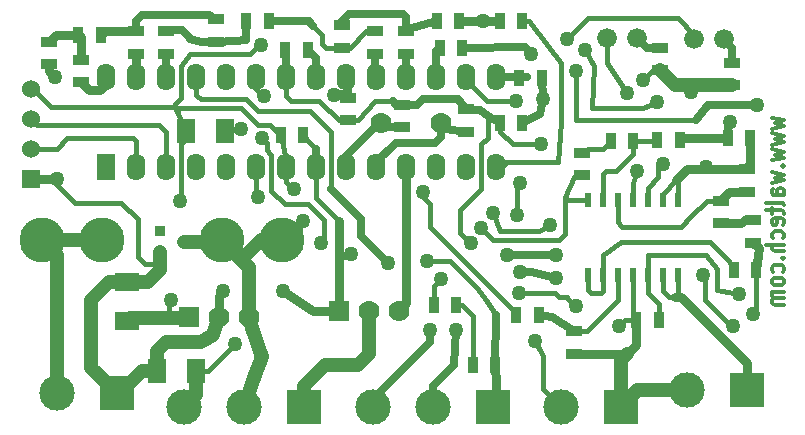
<source format=gbl>
G04 (created by PCBNEW (2013-07-07 BZR 4022)-stable) date 10/09/2014 21:53:45*
%MOIN*%
G04 Gerber Fmt 3.4, Leading zero omitted, Abs format*
%FSLAX34Y34*%
G01*
G70*
G90*
G04 APERTURE LIST*
%ADD10C,0.00393701*%
%ADD11C,0.012*%
%ADD12C,0.07*%
%ADD13R,0.07X0.07*%
%ADD14C,0.15*%
%ADD15R,0.035X0.055*%
%ADD16R,0.055X0.035*%
%ADD17R,0.06X0.08*%
%ADD18R,0.08X0.06*%
%ADD19O,0.062X0.09*%
%ADD20R,0.062X0.09*%
%ADD21R,0.02X0.045*%
%ADD22R,0.1181X0.1181*%
%ADD23C,0.1181*%
%ADD24R,0.06X0.06*%
%ADD25C,0.06*%
%ADD26R,0.036X0.036*%
%ADD27C,0.066*%
%ADD28C,0.05*%
%ADD29C,0.03*%
%ADD30C,0.025*%
%ADD31C,0.017*%
%ADD32C,0.045*%
G04 APERTURE END LIST*
G54D10*
G54D11*
X81142Y-36057D02*
X81542Y-36152D01*
X81257Y-36247D01*
X81542Y-36342D01*
X81142Y-36438D01*
X81142Y-36580D02*
X81542Y-36676D01*
X81257Y-36771D01*
X81542Y-36866D01*
X81142Y-36961D01*
X81142Y-37104D02*
X81542Y-37200D01*
X81257Y-37295D01*
X81542Y-37390D01*
X81142Y-37485D01*
X81485Y-37676D02*
X81514Y-37700D01*
X81542Y-37676D01*
X81514Y-37652D01*
X81485Y-37676D01*
X81542Y-37676D01*
X81142Y-37866D02*
X81542Y-37961D01*
X81257Y-38057D01*
X81542Y-38152D01*
X81142Y-38247D01*
X81542Y-38652D02*
X81228Y-38652D01*
X81171Y-38628D01*
X81142Y-38580D01*
X81142Y-38485D01*
X81171Y-38438D01*
X81514Y-38652D02*
X81542Y-38604D01*
X81542Y-38485D01*
X81514Y-38438D01*
X81457Y-38414D01*
X81400Y-38414D01*
X81342Y-38438D01*
X81314Y-38485D01*
X81314Y-38604D01*
X81285Y-38652D01*
X81542Y-38961D02*
X81514Y-38914D01*
X81457Y-38890D01*
X80942Y-38890D01*
X81142Y-39080D02*
X81142Y-39271D01*
X80942Y-39152D02*
X81457Y-39152D01*
X81514Y-39176D01*
X81542Y-39223D01*
X81542Y-39271D01*
X81514Y-39628D02*
X81542Y-39580D01*
X81542Y-39485D01*
X81514Y-39438D01*
X81457Y-39414D01*
X81228Y-39414D01*
X81171Y-39438D01*
X81142Y-39485D01*
X81142Y-39580D01*
X81171Y-39628D01*
X81228Y-39652D01*
X81285Y-39652D01*
X81342Y-39414D01*
X81514Y-40080D02*
X81542Y-40033D01*
X81542Y-39938D01*
X81514Y-39890D01*
X81485Y-39866D01*
X81428Y-39842D01*
X81257Y-39842D01*
X81200Y-39866D01*
X81171Y-39890D01*
X81142Y-39938D01*
X81142Y-40033D01*
X81171Y-40080D01*
X81542Y-40295D02*
X80942Y-40295D01*
X81542Y-40509D02*
X81228Y-40509D01*
X81171Y-40485D01*
X81142Y-40438D01*
X81142Y-40366D01*
X81171Y-40319D01*
X81200Y-40295D01*
X81485Y-40747D02*
X81514Y-40771D01*
X81542Y-40747D01*
X81514Y-40723D01*
X81485Y-40747D01*
X81542Y-40747D01*
X81514Y-41200D02*
X81542Y-41152D01*
X81542Y-41057D01*
X81514Y-41009D01*
X81485Y-40985D01*
X81428Y-40961D01*
X81257Y-40961D01*
X81200Y-40985D01*
X81171Y-41009D01*
X81142Y-41057D01*
X81142Y-41152D01*
X81171Y-41200D01*
X81542Y-41485D02*
X81514Y-41438D01*
X81485Y-41414D01*
X81428Y-41390D01*
X81257Y-41390D01*
X81200Y-41414D01*
X81171Y-41438D01*
X81142Y-41485D01*
X81142Y-41557D01*
X81171Y-41604D01*
X81200Y-41628D01*
X81257Y-41652D01*
X81428Y-41652D01*
X81485Y-41628D01*
X81514Y-41604D01*
X81542Y-41557D01*
X81542Y-41485D01*
X81542Y-41866D02*
X81142Y-41866D01*
X81200Y-41866D02*
X81171Y-41890D01*
X81142Y-41938D01*
X81142Y-42009D01*
X81171Y-42057D01*
X81228Y-42080D01*
X81542Y-42080D01*
X81228Y-42080D02*
X81171Y-42104D01*
X81142Y-42152D01*
X81142Y-42223D01*
X81171Y-42271D01*
X81228Y-42295D01*
X81542Y-42295D01*
G54D12*
X68700Y-42500D03*
X67700Y-42500D03*
G54D13*
X66700Y-42500D03*
G54D14*
X56800Y-40150D03*
X58800Y-40150D03*
X62800Y-40150D03*
X64800Y-40150D03*
G54D12*
X68100Y-36250D03*
X70100Y-36250D03*
G54D15*
X72625Y-42650D03*
X73375Y-42650D03*
G54D16*
X79800Y-34975D03*
X79800Y-34225D03*
G54D15*
X80625Y-41150D03*
X79875Y-41150D03*
X65525Y-36650D03*
X64775Y-36650D03*
G54D16*
X67000Y-35400D03*
X67000Y-36150D03*
X70950Y-36525D03*
X70950Y-35775D03*
X68800Y-36375D03*
X68800Y-35625D03*
G54D15*
X65675Y-33800D03*
X64925Y-33800D03*
G54D17*
X62900Y-36500D03*
X61600Y-36500D03*
G54D18*
X59650Y-42850D03*
X59650Y-41550D03*
G54D19*
X59950Y-37700D03*
X60950Y-37700D03*
X61950Y-37700D03*
X62950Y-37700D03*
X63950Y-37700D03*
X64950Y-37700D03*
X65950Y-37700D03*
X66950Y-37700D03*
X67950Y-37700D03*
X68950Y-37700D03*
X69950Y-37700D03*
X70950Y-37700D03*
X71950Y-37700D03*
G54D20*
X58950Y-37700D03*
G54D19*
X71950Y-34700D03*
X70950Y-34700D03*
X69950Y-34700D03*
X68950Y-34700D03*
X67950Y-34700D03*
X66950Y-34700D03*
X65950Y-34700D03*
X64950Y-34700D03*
X63950Y-34700D03*
X62950Y-34700D03*
X61950Y-34700D03*
X60950Y-34700D03*
X59950Y-34700D03*
X58950Y-34700D03*
G54D15*
X76625Y-42800D03*
X77375Y-42800D03*
G54D21*
X75000Y-38800D03*
X75500Y-38800D03*
X76000Y-38800D03*
X76500Y-38800D03*
X77000Y-38800D03*
X77500Y-38800D03*
X78000Y-38800D03*
X78000Y-41300D03*
X77500Y-41300D03*
X76500Y-41300D03*
X76000Y-41300D03*
X75500Y-41300D03*
X75000Y-41300D03*
X77000Y-41300D03*
G54D22*
X59300Y-45250D03*
G54D23*
X57300Y-45250D03*
G54D22*
X71850Y-45700D03*
G54D23*
X69850Y-45700D03*
X67850Y-45700D03*
G54D22*
X65550Y-45700D03*
G54D23*
X63550Y-45700D03*
X61550Y-45700D03*
G54D24*
X56450Y-38100D03*
G54D25*
X56450Y-37100D03*
X56450Y-36100D03*
X56450Y-35100D03*
G54D26*
X60750Y-39850D03*
X60750Y-40550D03*
X61550Y-40200D03*
G54D22*
X80300Y-45150D03*
G54D23*
X78300Y-45150D03*
G54D16*
X80300Y-38525D03*
X80300Y-37775D03*
G54D15*
X80425Y-36750D03*
X79675Y-36750D03*
X71925Y-44300D03*
X71175Y-44300D03*
G54D16*
X77400Y-34475D03*
X77400Y-33725D03*
G54D15*
X70825Y-33750D03*
X70075Y-33750D03*
X73475Y-34750D03*
X72725Y-34750D03*
G54D16*
X74550Y-43925D03*
X74550Y-43175D03*
G54D17*
X60650Y-44500D03*
X61950Y-44500D03*
G54D27*
X78550Y-33450D03*
X79550Y-33450D03*
X75650Y-33400D03*
X76650Y-33400D03*
G54D22*
X76100Y-45700D03*
G54D23*
X74100Y-45700D03*
G54D16*
X57050Y-34275D03*
X57050Y-33525D03*
G54D15*
X58025Y-33300D03*
X58775Y-33300D03*
G54D16*
X62600Y-32775D03*
X62600Y-33525D03*
G54D15*
X63625Y-32850D03*
X64375Y-32850D03*
G54D16*
X66800Y-33725D03*
X66800Y-32975D03*
G54D15*
X69975Y-32850D03*
X70725Y-32850D03*
G54D16*
X58100Y-34125D03*
X58100Y-34875D03*
X59950Y-33175D03*
X59950Y-33925D03*
X60950Y-33175D03*
X60950Y-33925D03*
X67900Y-33175D03*
X67900Y-33925D03*
X68950Y-33175D03*
X68950Y-33925D03*
G54D15*
X72075Y-32850D03*
X72825Y-32850D03*
G54D16*
X74800Y-37975D03*
X74800Y-37225D03*
G54D15*
X75775Y-36850D03*
X76525Y-36850D03*
G54D16*
X79450Y-39575D03*
X79450Y-38825D03*
G54D15*
X77325Y-36800D03*
X78075Y-36800D03*
X72075Y-36250D03*
X72825Y-36250D03*
X69875Y-42300D03*
X70625Y-42300D03*
G54D16*
X80500Y-40225D03*
X80500Y-39475D03*
G54D12*
X63700Y-42700D03*
X62700Y-42700D03*
G54D13*
X61700Y-42700D03*
G54D28*
X68350Y-40900D03*
X69650Y-40850D03*
X79750Y-36200D03*
X73950Y-41400D03*
X72750Y-41200D03*
X70600Y-43150D03*
X71450Y-39750D03*
X66100Y-40250D03*
X64200Y-35350D03*
X64150Y-36750D03*
X78950Y-37700D03*
X73950Y-40650D03*
X72300Y-40650D03*
X69750Y-43150D03*
X80500Y-42600D03*
X74600Y-42350D03*
X63250Y-43600D03*
X72700Y-41900D03*
X65200Y-38450D03*
X69500Y-38550D03*
X64100Y-33650D03*
X74300Y-33450D03*
X61100Y-42150D03*
X61400Y-38850D03*
X76300Y-35250D03*
X64000Y-38700D03*
X70100Y-41450D03*
X72650Y-39300D03*
X72750Y-38250D03*
X72600Y-35500D03*
X73250Y-43500D03*
X77300Y-35550D03*
X74900Y-33800D03*
X71500Y-32850D03*
X73500Y-35450D03*
X77500Y-37600D03*
X73100Y-33950D03*
X74600Y-34500D03*
X80650Y-35650D03*
X80050Y-41950D03*
X63450Y-36450D03*
X66550Y-35300D03*
X65500Y-39500D03*
X71850Y-39250D03*
X73750Y-39650D03*
X76650Y-37850D03*
X78450Y-35200D03*
X76050Y-43000D03*
X79850Y-43000D03*
X78850Y-41300D03*
X73450Y-36950D03*
X76850Y-34800D03*
X67100Y-40600D03*
X71100Y-40250D03*
X64850Y-41850D03*
X62850Y-41850D03*
X57300Y-38100D03*
X57250Y-34700D03*
G54D29*
X58950Y-34700D02*
X58950Y-34950D01*
X58375Y-35150D02*
X58100Y-34875D01*
X58750Y-35150D02*
X58375Y-35150D01*
X58950Y-34950D02*
X58750Y-35150D01*
X59950Y-34700D02*
X59950Y-33925D01*
G54D30*
X60950Y-34700D02*
X60950Y-33925D01*
X60950Y-33925D02*
X60950Y-33925D01*
X67900Y-33925D02*
X67900Y-34650D01*
X67900Y-34650D02*
X67950Y-34700D01*
X68950Y-33925D02*
X68950Y-34700D01*
G54D31*
X71950Y-37700D02*
X72150Y-37700D01*
X72150Y-37700D02*
X72300Y-37550D01*
X72825Y-32850D02*
X73050Y-32850D01*
X74000Y-37550D02*
X72300Y-37550D01*
X72300Y-37550D02*
X71950Y-37550D01*
X74100Y-36200D02*
X74000Y-37550D01*
X74110Y-34250D02*
X74100Y-36200D01*
X73050Y-32850D02*
X74110Y-34250D01*
X66450Y-38450D02*
X66450Y-36550D01*
G54D30*
X68350Y-40900D02*
X67450Y-40000D01*
X67450Y-40000D02*
X67450Y-39450D01*
X67450Y-39450D02*
X66500Y-38500D01*
X66500Y-38500D02*
X66450Y-38450D01*
X71925Y-44300D02*
X71950Y-42650D01*
G54D31*
X70400Y-40850D02*
X69650Y-40850D01*
X71300Y-41750D02*
X70400Y-40850D01*
X71625Y-42122D02*
X71300Y-41750D01*
X71950Y-42650D02*
X71625Y-42122D01*
X61950Y-35300D02*
X61950Y-34700D01*
X62100Y-35450D02*
X61950Y-35300D01*
X63600Y-35450D02*
X62100Y-35450D01*
X64000Y-35850D02*
X63600Y-35450D01*
X65750Y-35850D02*
X64000Y-35850D01*
X66250Y-36350D02*
X65750Y-35850D01*
X66250Y-36350D02*
X66250Y-36350D01*
X66450Y-36550D02*
X66250Y-36350D01*
G54D29*
X71925Y-44300D02*
X71975Y-45575D01*
X71975Y-45575D02*
X71850Y-45700D01*
G54D30*
X79750Y-36200D02*
X79675Y-36275D01*
X79675Y-36275D02*
X79675Y-36750D01*
X69850Y-45700D02*
X69850Y-45000D01*
X73150Y-41200D02*
X73950Y-41400D01*
X72750Y-41200D02*
X73150Y-41200D01*
X70550Y-44300D02*
X70600Y-43150D01*
X69850Y-45000D02*
X70550Y-44300D01*
G54D29*
X79675Y-36750D02*
X78125Y-36750D01*
X78125Y-36750D02*
X78075Y-36800D01*
G54D31*
X72850Y-40150D02*
X74050Y-40150D01*
X71450Y-39750D02*
X71850Y-40150D01*
X71850Y-40150D02*
X72850Y-40150D01*
X66200Y-40150D02*
X66100Y-40250D01*
X74250Y-39950D02*
X74250Y-38700D01*
X74050Y-40150D02*
X74250Y-39950D01*
X74250Y-38700D02*
X74250Y-38750D01*
X74250Y-38750D02*
X74250Y-38700D01*
X64450Y-38250D02*
X64450Y-38500D01*
X63950Y-35100D02*
X64200Y-35350D01*
X64150Y-36750D02*
X64300Y-36900D01*
X64300Y-36900D02*
X64300Y-37150D01*
X64300Y-37150D02*
X64450Y-37300D01*
X64450Y-37300D02*
X64450Y-38250D01*
X63950Y-34700D02*
X63950Y-35100D01*
X66200Y-39476D02*
X66200Y-40150D01*
X66200Y-40150D02*
X66200Y-40200D01*
X65674Y-38950D02*
X66200Y-39476D01*
X64900Y-38950D02*
X65674Y-38950D01*
X64450Y-38500D02*
X64900Y-38950D01*
X75000Y-38800D02*
X74350Y-38800D01*
X74350Y-38800D02*
X74250Y-38700D01*
X74550Y-38050D02*
X74800Y-37975D01*
X74250Y-38700D02*
X74550Y-38050D01*
X77500Y-38800D02*
X77500Y-38600D01*
X77500Y-38600D02*
X77950Y-38150D01*
G54D30*
X67850Y-45700D02*
X67850Y-45450D01*
X79150Y-37800D02*
X79150Y-37775D01*
X78925Y-37800D02*
X79150Y-37800D01*
X78900Y-37775D02*
X78925Y-37800D01*
X78900Y-37650D02*
X78900Y-37775D01*
X78950Y-37700D02*
X78900Y-37650D01*
X72300Y-40650D02*
X73950Y-40650D01*
X69750Y-43550D02*
X69750Y-43150D01*
X67850Y-45450D02*
X69750Y-43550D01*
G54D29*
X80300Y-37775D02*
X79150Y-37775D01*
X79150Y-37775D02*
X78325Y-37775D01*
X78325Y-37775D02*
X77950Y-38150D01*
X80425Y-36750D02*
X80425Y-37550D01*
X80425Y-37550D02*
X80300Y-37775D01*
G54D31*
X78000Y-38200D02*
X78000Y-38800D01*
X77950Y-38150D02*
X78000Y-38200D01*
X74300Y-42050D02*
X74050Y-42050D01*
X80625Y-41875D02*
X80595Y-42353D01*
X80595Y-42353D02*
X80500Y-42600D01*
X74325Y-42075D02*
X74300Y-42050D01*
X74600Y-42350D02*
X74325Y-42075D01*
X80625Y-41150D02*
X80625Y-41875D01*
X62350Y-44500D02*
X61950Y-44500D01*
X63250Y-43600D02*
X62350Y-44500D01*
X73900Y-41900D02*
X72700Y-41900D01*
X74050Y-42050D02*
X73900Y-41900D01*
G54D32*
X61950Y-44500D02*
X61950Y-45300D01*
X61950Y-45300D02*
X61550Y-45700D01*
G54D29*
X80625Y-41150D02*
X80700Y-40400D01*
X80700Y-40400D02*
X80500Y-40225D01*
G54D31*
X64000Y-36300D02*
X63700Y-36000D01*
X64750Y-36650D02*
X64400Y-36300D01*
X64400Y-36300D02*
X64000Y-36300D01*
X64775Y-36650D02*
X64750Y-36650D01*
X61350Y-35750D02*
X61350Y-35928D01*
X61272Y-35750D02*
X61350Y-35750D01*
X62000Y-35750D02*
X61272Y-35750D01*
X63450Y-35750D02*
X62000Y-35750D01*
X63700Y-36000D02*
X63450Y-35750D01*
X61700Y-42700D02*
X61200Y-42700D01*
X61200Y-42700D02*
X61200Y-42750D01*
X69500Y-38550D02*
X69500Y-38700D01*
X64950Y-37700D02*
X64950Y-38200D01*
X64950Y-38200D02*
X65200Y-38450D01*
X72550Y-42500D02*
X72625Y-42650D01*
X69750Y-39700D02*
X72550Y-42500D01*
X69750Y-38950D02*
X69750Y-39700D01*
X69500Y-38700D02*
X69750Y-38950D01*
X64775Y-36650D02*
X64975Y-37675D01*
X64975Y-37675D02*
X64950Y-37700D01*
X62050Y-33950D02*
X63750Y-33950D01*
X61250Y-35600D02*
X61450Y-35400D01*
X61450Y-35400D02*
X61450Y-34350D01*
X61450Y-34350D02*
X61750Y-33950D01*
X61750Y-33950D02*
X62050Y-33950D01*
X61250Y-35700D02*
X61250Y-35600D01*
X64050Y-33650D02*
X64100Y-33650D01*
X63750Y-33950D02*
X64050Y-33650D01*
X78550Y-33300D02*
X78550Y-33450D01*
X78000Y-32750D02*
X78550Y-33300D01*
X75000Y-32750D02*
X78000Y-32750D01*
X74300Y-33450D02*
X75000Y-32750D01*
X61600Y-36500D02*
X61750Y-36650D01*
X61050Y-42200D02*
X61050Y-42750D01*
X61100Y-42150D02*
X61050Y-42200D01*
X61450Y-38800D02*
X61400Y-38850D01*
X61450Y-36950D02*
X61450Y-38800D01*
X61750Y-36650D02*
X61450Y-36950D01*
X56450Y-35100D02*
X56500Y-35100D01*
X61250Y-35700D02*
X61350Y-35928D01*
X61350Y-35928D02*
X61600Y-36500D01*
X57100Y-35700D02*
X61250Y-35700D01*
X56500Y-35100D02*
X57100Y-35700D01*
G54D32*
X61700Y-42750D02*
X61200Y-42750D01*
X61200Y-42750D02*
X61050Y-42750D01*
X61050Y-42750D02*
X59750Y-42750D01*
X59750Y-42750D02*
X59650Y-42850D01*
G54D31*
X79450Y-38825D02*
X78975Y-38825D01*
X76000Y-39550D02*
X76000Y-38800D01*
X76150Y-39700D02*
X76000Y-39550D01*
X78100Y-39700D02*
X76150Y-39700D01*
X78450Y-39350D02*
X78100Y-39700D01*
X78975Y-38825D02*
X78450Y-39350D01*
G54D29*
X80300Y-38525D02*
X79725Y-38525D01*
X79450Y-38800D02*
X79450Y-38825D01*
X79725Y-38525D02*
X79450Y-38800D01*
X58100Y-34125D02*
X58100Y-33375D01*
X58100Y-33375D02*
X58025Y-33300D01*
X58025Y-33300D02*
X57275Y-33300D01*
X57275Y-33300D02*
X57050Y-33525D01*
X59950Y-33175D02*
X58900Y-33175D01*
X58900Y-33175D02*
X58775Y-33300D01*
G54D30*
X59950Y-33175D02*
X59950Y-32850D01*
X59950Y-32850D02*
X60150Y-32650D01*
X62364Y-32650D02*
X62600Y-32775D01*
X60150Y-32650D02*
X62364Y-32650D01*
X62600Y-33525D02*
X63251Y-33516D01*
X63625Y-33475D02*
X63625Y-32850D01*
X63251Y-33516D02*
X63625Y-33475D01*
X60950Y-33175D02*
X61475Y-33125D01*
X62150Y-33540D02*
X62600Y-33525D01*
X61750Y-33450D02*
X62150Y-33540D01*
X61750Y-33400D02*
X61750Y-33450D01*
X61475Y-33125D02*
X61750Y-33400D01*
G54D31*
X66800Y-33725D02*
X67075Y-33725D01*
X67625Y-33175D02*
X67900Y-33175D01*
X67075Y-33725D02*
X67625Y-33175D01*
X66800Y-33725D02*
X66275Y-33725D01*
X66150Y-33300D02*
X65825Y-32975D01*
X66150Y-33600D02*
X66150Y-33300D01*
X66275Y-33725D02*
X66150Y-33600D01*
G54D30*
X64375Y-32850D02*
X65700Y-32850D01*
X65700Y-32850D02*
X65825Y-32975D01*
X65825Y-32975D02*
X65850Y-33000D01*
X68950Y-33175D02*
X68950Y-32700D01*
X66800Y-32850D02*
X66800Y-32975D01*
X67050Y-32600D02*
X66800Y-32850D01*
X68850Y-32600D02*
X67050Y-32600D01*
X68950Y-32700D02*
X68850Y-32600D01*
X69975Y-32850D02*
X69025Y-33100D01*
X69025Y-33100D02*
X68950Y-33175D01*
G54D32*
X67700Y-42500D02*
X67700Y-43950D01*
X65550Y-45000D02*
X65550Y-45700D01*
X66250Y-44300D02*
X65550Y-45000D01*
X67350Y-44300D02*
X66250Y-44300D01*
X67700Y-43950D02*
X67350Y-44300D01*
G54D31*
X76525Y-36850D02*
X77275Y-36850D01*
X77275Y-36850D02*
X77325Y-36800D01*
X75500Y-38800D02*
X75500Y-37950D01*
X76525Y-37275D02*
X76525Y-36850D01*
X75950Y-37850D02*
X76525Y-37275D01*
X75600Y-37850D02*
X75950Y-37850D01*
X75500Y-37950D02*
X75600Y-37850D01*
X63950Y-37700D02*
X63950Y-38650D01*
X75650Y-34250D02*
X75650Y-33400D01*
X76300Y-35250D02*
X75650Y-34250D01*
X63950Y-38650D02*
X64000Y-38700D01*
G54D29*
X80300Y-45150D02*
X80300Y-44250D01*
X78100Y-42050D02*
X77900Y-42050D01*
X80300Y-44250D02*
X78100Y-42050D01*
G54D31*
X77500Y-41300D02*
X77500Y-41850D01*
X78000Y-41950D02*
X78000Y-41300D01*
X77900Y-42050D02*
X77925Y-42025D01*
X77925Y-42025D02*
X78000Y-41950D01*
X77700Y-42050D02*
X77900Y-42050D01*
X77500Y-41850D02*
X77700Y-42050D01*
G54D30*
X77400Y-33725D02*
X76975Y-33725D01*
X76975Y-33725D02*
X76650Y-33400D01*
G54D31*
X71175Y-44300D02*
X71175Y-42675D01*
X70800Y-42300D02*
X70625Y-42300D01*
X71175Y-42675D02*
X70800Y-42300D01*
X72650Y-39300D02*
X72650Y-38350D01*
X69875Y-42300D02*
X69875Y-41675D01*
X69875Y-41675D02*
X70100Y-41450D01*
X72650Y-38350D02*
X72750Y-38250D01*
X70950Y-34800D02*
X71650Y-35500D01*
X71650Y-35500D02*
X72600Y-35500D01*
X70950Y-34800D02*
X70950Y-34700D01*
G54D30*
X71950Y-34700D02*
X72975Y-34700D01*
X72975Y-34700D02*
X72725Y-34750D01*
X65950Y-34700D02*
X65950Y-34075D01*
X65950Y-34075D02*
X65675Y-33800D01*
X73375Y-42650D02*
X73806Y-42697D01*
X73806Y-42697D02*
X74550Y-43175D01*
G54D31*
X76000Y-41300D02*
X76000Y-42150D01*
X74975Y-43175D02*
X74550Y-43175D01*
X76000Y-42150D02*
X74975Y-43175D01*
X60950Y-37700D02*
X60950Y-36550D01*
X56650Y-36300D02*
X56450Y-36100D01*
X60700Y-36300D02*
X56650Y-36300D01*
X60950Y-36550D02*
X60700Y-36300D01*
G54D30*
X79800Y-34225D02*
X79825Y-33725D01*
X79825Y-33725D02*
X79550Y-33450D01*
G54D32*
X57300Y-45250D02*
X57300Y-40650D01*
X57300Y-40650D02*
X56800Y-40150D01*
X58800Y-40150D02*
X56800Y-40150D01*
G54D31*
X59950Y-37700D02*
X59950Y-36850D01*
X57300Y-37100D02*
X56450Y-37100D01*
X57650Y-36750D02*
X57300Y-37100D01*
X59850Y-36750D02*
X57650Y-36750D01*
X59950Y-36850D02*
X59850Y-36750D01*
X78842Y-40192D02*
X79092Y-40192D01*
X76097Y-40205D02*
X78842Y-40192D01*
X79725Y-40825D02*
X79875Y-41150D01*
X79092Y-40192D02*
X79725Y-40825D01*
X75500Y-41300D02*
X75500Y-41850D01*
X75000Y-41800D02*
X75000Y-41300D01*
X75100Y-41900D02*
X75000Y-41800D01*
X75450Y-41900D02*
X75100Y-41900D01*
X75500Y-41850D02*
X75450Y-41900D01*
X75500Y-40650D02*
X75500Y-41300D01*
X76097Y-40205D02*
X75500Y-40650D01*
G54D30*
X69950Y-34700D02*
X69950Y-33825D01*
X69950Y-33825D02*
X70075Y-33750D01*
G54D29*
X68950Y-37700D02*
X68950Y-42250D01*
X68950Y-42250D02*
X68700Y-42500D01*
X80500Y-39475D02*
X80275Y-39425D01*
X80125Y-39575D02*
X79450Y-39575D01*
X80275Y-39425D02*
X80125Y-39575D01*
G54D31*
X74800Y-37225D02*
X74800Y-37225D01*
X75525Y-37100D02*
X75775Y-36850D01*
X75000Y-37100D02*
X75525Y-37100D01*
X74800Y-37225D02*
X75000Y-37100D01*
X72075Y-32850D02*
X71500Y-32850D01*
X73500Y-45100D02*
X74100Y-45700D01*
X73500Y-44000D02*
X73500Y-45100D01*
X73250Y-43500D02*
X73500Y-44000D01*
X75151Y-35750D02*
X76851Y-35750D01*
X76851Y-35750D02*
X77300Y-35550D01*
X74900Y-33800D02*
X75200Y-34352D01*
X75200Y-34352D02*
X75151Y-35750D01*
G54D29*
X72075Y-32850D02*
X70725Y-32850D01*
G54D31*
X77350Y-37650D02*
X77450Y-37650D01*
X77450Y-37650D02*
X77500Y-37600D01*
X77000Y-38800D02*
X77000Y-38400D01*
X77350Y-38050D02*
X77350Y-37650D01*
X77000Y-38400D02*
X77350Y-38050D01*
G54D30*
X72825Y-36250D02*
X73400Y-35950D01*
X73500Y-35450D02*
X73475Y-34750D01*
X73400Y-35950D02*
X73500Y-35450D01*
X72900Y-33700D02*
X73100Y-33950D01*
G54D31*
X74600Y-34500D02*
X74600Y-36150D01*
X74600Y-36150D02*
X78600Y-36150D01*
G54D30*
X78600Y-36150D02*
X79000Y-35650D01*
X79000Y-35650D02*
X80650Y-35650D01*
X70825Y-33750D02*
X72900Y-33700D01*
G54D31*
X77000Y-40650D02*
X77000Y-41300D01*
X78950Y-40650D02*
X77000Y-40650D01*
X79300Y-41100D02*
X78950Y-40650D01*
X80050Y-41950D02*
X79300Y-41800D01*
X79300Y-41800D02*
X79300Y-41100D01*
X77000Y-41300D02*
X77000Y-41900D01*
X77375Y-42275D02*
X77375Y-42800D01*
X77000Y-41900D02*
X77375Y-42275D01*
X63350Y-36500D02*
X63350Y-36500D01*
X67000Y-35200D02*
X66650Y-35200D01*
X63450Y-36450D02*
X62900Y-36500D01*
X66650Y-35200D02*
X66550Y-35300D01*
G54D30*
X67000Y-35400D02*
X67000Y-35200D01*
X67000Y-35200D02*
X67000Y-34750D01*
X67000Y-34750D02*
X66950Y-34700D01*
X70950Y-36525D02*
X70275Y-36425D01*
X70275Y-36425D02*
X70100Y-36250D01*
X67950Y-37700D02*
X67950Y-37550D01*
X70100Y-36700D02*
X70100Y-36250D01*
X69900Y-36900D02*
X70100Y-36700D01*
X68600Y-36900D02*
X69900Y-36900D01*
X67950Y-37550D02*
X68600Y-36900D01*
X68800Y-36375D02*
X68225Y-36375D01*
X68225Y-36375D02*
X68100Y-36250D01*
X66950Y-37700D02*
X66950Y-37350D01*
X68050Y-36250D02*
X68100Y-36250D01*
X66950Y-37350D02*
X68050Y-36250D01*
G54D31*
X63700Y-42700D02*
X63700Y-42950D01*
X63806Y-43056D02*
X63806Y-43057D01*
X63700Y-42950D02*
X63806Y-43056D01*
X76500Y-38800D02*
X76500Y-38250D01*
X65250Y-40150D02*
X64800Y-40150D01*
X65500Y-39500D02*
X65250Y-40150D01*
X73750Y-39650D02*
X73386Y-39832D01*
X73386Y-39832D02*
X72082Y-39832D01*
X72082Y-39832D02*
X71850Y-39250D01*
X76500Y-38250D02*
X76650Y-37850D01*
G54D32*
X61550Y-40200D02*
X62750Y-40200D01*
X62750Y-40200D02*
X62800Y-40150D01*
X64800Y-40150D02*
X64100Y-40150D01*
X64100Y-40150D02*
X63450Y-40800D01*
X63700Y-42750D02*
X63700Y-41050D01*
X63700Y-41050D02*
X63450Y-40800D01*
X63450Y-40800D02*
X62800Y-40150D01*
X63550Y-45700D02*
X63900Y-44650D01*
X64150Y-44050D02*
X63806Y-43057D01*
X63806Y-43057D02*
X63700Y-42750D01*
X63900Y-44650D02*
X64150Y-44050D01*
G54D31*
X62700Y-42700D02*
X62700Y-42950D01*
X62586Y-43064D02*
X62586Y-43063D01*
X62700Y-42950D02*
X62586Y-43064D01*
X78500Y-35150D02*
X78450Y-35200D01*
X78500Y-34975D02*
X78500Y-35150D01*
X76250Y-42800D02*
X76625Y-42800D01*
X76050Y-43000D02*
X76250Y-42800D01*
X79800Y-43050D02*
X79850Y-43000D01*
X78900Y-42150D02*
X79800Y-43050D01*
X78900Y-41350D02*
X78900Y-42150D01*
X78850Y-41300D02*
X78900Y-41350D01*
X72075Y-36525D02*
X72500Y-36950D01*
X72500Y-36950D02*
X73450Y-36950D01*
X72075Y-36250D02*
X72075Y-36525D01*
X77175Y-34475D02*
X77400Y-34475D01*
X76850Y-34800D02*
X77175Y-34475D01*
G54D32*
X79800Y-34975D02*
X78500Y-34975D01*
X78500Y-34975D02*
X77900Y-34975D01*
X77900Y-34975D02*
X77400Y-34475D01*
G54D31*
X71678Y-35991D02*
X71675Y-36725D01*
X67000Y-40700D02*
X66700Y-40700D01*
X67100Y-40600D02*
X67000Y-40700D01*
X70750Y-39900D02*
X71100Y-40250D01*
X70750Y-39150D02*
X70750Y-39900D01*
X71450Y-38450D02*
X70750Y-39150D01*
X71450Y-36950D02*
X71450Y-38450D01*
X71675Y-36725D02*
X71450Y-36950D01*
X67000Y-36150D02*
X66700Y-36150D01*
X64950Y-35350D02*
X64950Y-34700D01*
X65100Y-35500D02*
X64950Y-35350D01*
X66050Y-35500D02*
X65100Y-35500D01*
X66700Y-36150D02*
X66050Y-35500D01*
X65525Y-36650D02*
X65725Y-36875D01*
X65725Y-36875D02*
X65950Y-37100D01*
G54D29*
X62700Y-42750D02*
X62700Y-42000D01*
X65850Y-42500D02*
X66700Y-42500D01*
X64850Y-41850D02*
X65850Y-42500D01*
X62700Y-42000D02*
X62850Y-41850D01*
G54D31*
X57300Y-38100D02*
X57300Y-38300D01*
X60250Y-40950D02*
X60750Y-40950D01*
X60000Y-40700D02*
X60250Y-40950D01*
X60000Y-39450D02*
X60000Y-40700D01*
X59450Y-38900D02*
X60000Y-39450D01*
X57900Y-38900D02*
X59450Y-38900D01*
X57300Y-38300D02*
X57900Y-38900D01*
G54D29*
X66700Y-42500D02*
X66700Y-40700D01*
X66700Y-40700D02*
X66700Y-39500D01*
G54D31*
X65950Y-37700D02*
X65950Y-38375D01*
X65950Y-38750D02*
X65950Y-38375D01*
X66700Y-39500D02*
X65950Y-38750D01*
G54D32*
X76100Y-45700D02*
X76100Y-44150D01*
X76100Y-44150D02*
X76325Y-43925D01*
X78300Y-45150D02*
X76650Y-45150D01*
X76650Y-45150D02*
X76100Y-45700D01*
X59650Y-41550D02*
X59050Y-41550D01*
X58450Y-44400D02*
X59300Y-45250D01*
X58450Y-42150D02*
X58450Y-44400D01*
X59050Y-41550D02*
X58450Y-42150D01*
G54D29*
X57050Y-34275D02*
X57050Y-34500D01*
X57300Y-38100D02*
X56450Y-38100D01*
X57050Y-34500D02*
X57250Y-34700D01*
G54D32*
X60750Y-40550D02*
X60750Y-40950D01*
X60750Y-40950D02*
X60750Y-41150D01*
X60750Y-41150D02*
X60350Y-41550D01*
X60350Y-41550D02*
X59650Y-41550D01*
X62700Y-42750D02*
X62586Y-43063D01*
X62586Y-43063D02*
X62500Y-43300D01*
X60650Y-43850D02*
X60650Y-44500D01*
X60950Y-43550D02*
X60650Y-43850D01*
X62100Y-43550D02*
X60950Y-43550D01*
X62500Y-43300D02*
X62100Y-43550D01*
X59300Y-45250D02*
X59400Y-45250D01*
X59400Y-45250D02*
X60150Y-44500D01*
X60250Y-44500D02*
X60650Y-44500D01*
X60150Y-44500D02*
X60250Y-44500D01*
G54D29*
X76625Y-42800D02*
X76625Y-43625D01*
X76625Y-43625D02*
X76325Y-43925D01*
X76325Y-43925D02*
X74550Y-43925D01*
G54D31*
X76500Y-41300D02*
X76500Y-42675D01*
X76500Y-42675D02*
X76625Y-42800D01*
X67000Y-36150D02*
X67350Y-36150D01*
G54D30*
X68625Y-35625D02*
X68500Y-35500D01*
G54D31*
X68500Y-35500D02*
X67900Y-35500D01*
G54D30*
X68625Y-35625D02*
X68800Y-35625D01*
G54D31*
X67900Y-35500D02*
X67900Y-35500D01*
X67350Y-36150D02*
X67900Y-35500D01*
G54D30*
X65950Y-37700D02*
X65950Y-37100D01*
X70950Y-35775D02*
X71400Y-35800D01*
X71400Y-35800D02*
X71678Y-35991D01*
X71678Y-35991D02*
X72075Y-36250D01*
X72075Y-36250D02*
X72075Y-36250D01*
X68800Y-35625D02*
X69325Y-35625D01*
X69325Y-35625D02*
X69500Y-35450D01*
X69500Y-35450D02*
X70675Y-35450D01*
X70675Y-35450D02*
X70950Y-35775D01*
X64950Y-34700D02*
X64950Y-33825D01*
X64950Y-33825D02*
X64925Y-33800D01*
M02*

</source>
